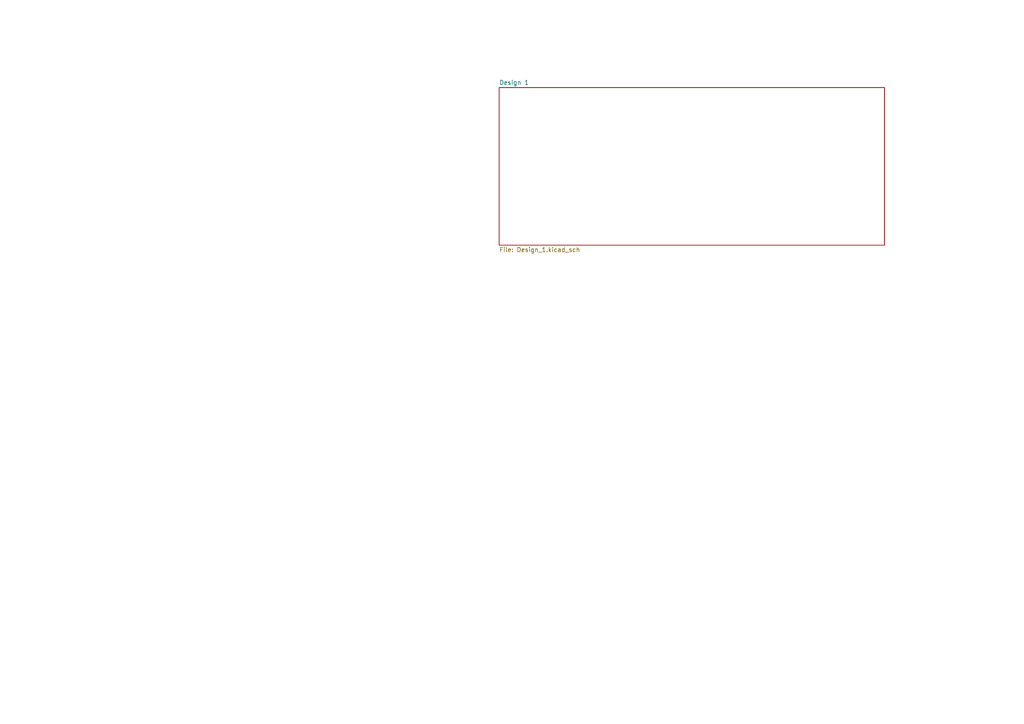
<source format=kicad_sch>
(kicad_sch
	(version 20250114)
	(generator "eeschema")
	(generator_version "9.0")
	(uuid "c79eaff6-1f87-4a86-8c05-59d68a29ace1")
	(paper "A4")
	(title_block
		(title "EEE3088F Project PCB Design")
		(date "2025-03-24")
		(company "University of Cape Town")
		(comment 3 "         Emmanual Basua")
		(comment 4 "Authors: Nejdet Demirtas")
	)
	(lib_symbols)
	(sheet
		(at 144.78 25.4)
		(size 111.76 45.72)
		(exclude_from_sim no)
		(in_bom yes)
		(on_board yes)
		(dnp no)
		(fields_autoplaced yes)
		(stroke
			(width 0.1524)
			(type solid)
		)
		(fill
			(color 0 0 0 0.0000)
		)
		(uuid "ad7d91a5-b43e-4220-926d-1cae98152096")
		(property "Sheetname" "Design 1"
			(at 144.78 24.6884 0)
			(effects
				(font
					(size 1.27 1.27)
				)
				(justify left bottom)
			)
		)
		(property "Sheetfile" "Design_1.kicad_sch"
			(at 144.78 71.7046 0)
			(effects
				(font
					(size 1.27 1.27)
				)
				(justify left top)
			)
		)
		(property "Field2" ""
			(at 144.78 25.4 0)
			(effects
				(font
					(size 1.27 1.27)
				)
				(hide yes)
			)
		)
		(instances
			(project "Micro-Mouse PCB Board"
				(path "/c79eaff6-1f87-4a86-8c05-59d68a29ace1"
					(page "4")
				)
			)
		)
	)
	(sheet_instances
		(path "/"
			(page "1")
		)
	)
	(embedded_fonts no)
)

</source>
